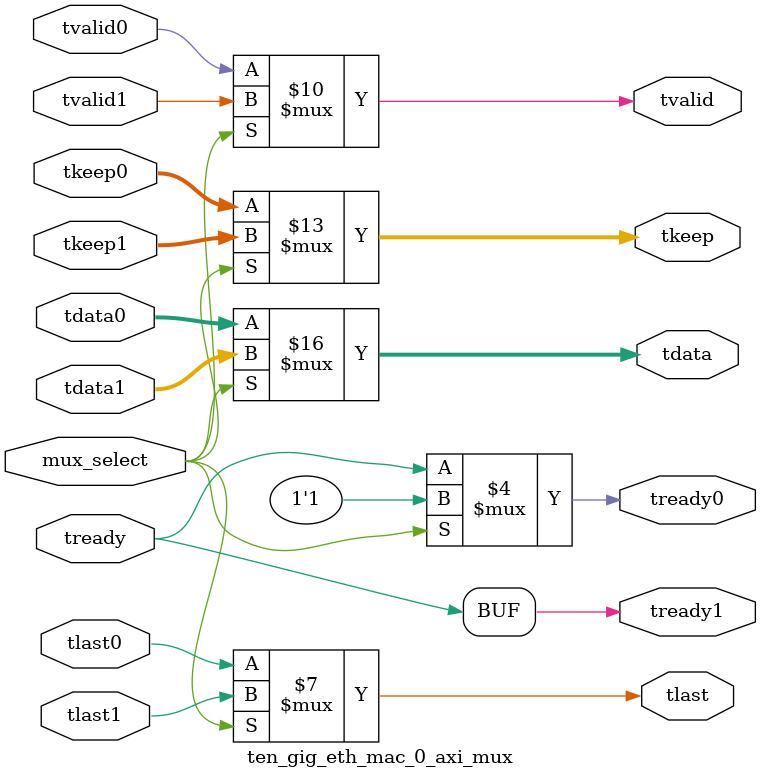
<source format=v>

`timescale 1 ps/1 ps

module ten_gig_eth_mac_0_axi_mux (
   input                               mux_select,

   // mux inputs
   input       [63:0]                  tdata0,
   input       [7:0]                   tkeep0,
   input                               tvalid0,
   input                               tlast0,
   output reg                          tready0,
   
   input       [63:0]                  tdata1,
   input       [7:0]                   tkeep1,
   input                               tvalid1,
   input                               tlast1,
   output reg                          tready1,
   
   // mux outputs
   output reg  [63:0]                  tdata,
   output reg  [7:0]                   tkeep,
   output reg                          tvalid,
   output reg                          tlast,
   input                               tready
);

   always @(mux_select or tdata0 or tvalid0 or tlast0 or tdata1 or tkeep0 or tkeep1 or
            tvalid1 or tlast1)
   begin
      if (mux_select) begin
         tdata                         = tdata1;
         tkeep                         = tkeep1;
         tvalid                        = tvalid1;
         tlast                         = tlast1;
      end
      else begin
         tdata                         = tdata0;
         tkeep                         = tkeep0;
         tvalid                        = tvalid0;
         tlast                         = tlast0;
      end
   end

   always @(mux_select or tready)
   begin
      if (mux_select) begin
         tready0                       = 1'b1;
      end
      else begin
         tready0                       = tready;
      end
      tready1                          = tready;
   end

endmodule

</source>
